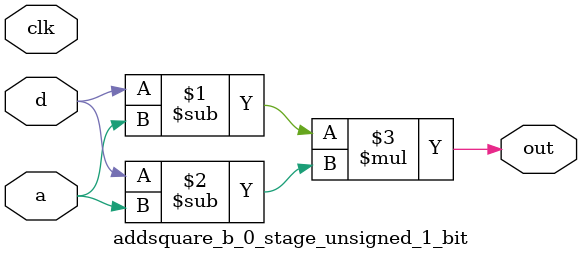
<source format=sv>
(* use_dsp = "yes" *) module addsquare_b_0_stage_unsigned_1_bit(
	input  [0:0] a,
	input  [0:0] d,
	output [0:0] out,
	input clk);

	assign out = (d - a) * (d - a);
endmodule

</source>
